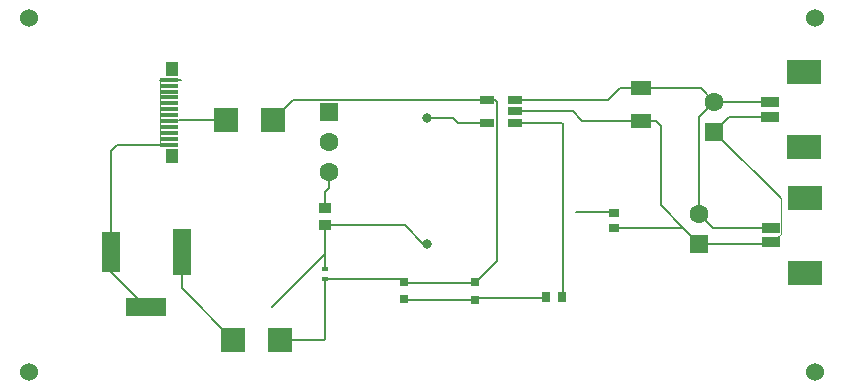
<source format=gtl>
G04*
G04 #@! TF.GenerationSoftware,Altium Limited,Altium Designer,19.1.6 (110)*
G04*
G04 Layer_Physical_Order=1*
G04 Layer_Color=255*
%FSLAX25Y25*%
%MOIN*%
G70*
G01*
G75*
%ADD20R,0.03150X0.03150*%
%ADD21R,0.01968X0.01575*%
%ADD23R,0.07111X0.05136*%
%ADD34R,0.05906X0.01378*%
%ADD35R,0.03937X0.04646*%
%ADD36R,0.05118X0.02756*%
%ADD37R,0.06299X0.03189*%
%ADD38R,0.11811X0.08268*%
%ADD39R,0.07874X0.07874*%
%ADD40R,0.02953X0.03347*%
%ADD41R,0.04134X0.03543*%
%ADD42R,0.03347X0.02953*%
%ADD43C,0.00050*%
%ADD44C,0.00591*%
%ADD45C,0.00025*%
%ADD46C,0.06000*%
%ADD47R,0.06299X0.06299*%
%ADD48C,0.06299*%
%ADD49R,0.13780X0.05906*%
%ADD50R,0.05906X0.13780*%
%ADD51R,0.05906X0.15748*%
%ADD52C,0.03150*%
%ADD53C,0.00100*%
D20*
X129900Y34983D02*
D03*
Y29077D02*
D03*
X153500Y34953D02*
D03*
Y29047D02*
D03*
D21*
X103500Y39075D02*
D03*
Y35925D02*
D03*
D23*
X208900Y88500D02*
D03*
Y99530D02*
D03*
D34*
X51772Y102327D02*
D03*
Y100358D02*
D03*
Y98390D02*
D03*
Y96421D02*
D03*
Y94453D02*
D03*
Y92484D02*
D03*
Y90516D02*
D03*
Y88547D02*
D03*
Y86579D02*
D03*
Y84610D02*
D03*
Y82642D02*
D03*
Y80673D02*
D03*
D35*
X52756Y76972D02*
D03*
Y106028D02*
D03*
D36*
X166949Y88020D02*
D03*
Y91760D02*
D03*
Y95500D02*
D03*
X157500D02*
D03*
Y88020D02*
D03*
D37*
X252250Y52991D02*
D03*
Y48069D02*
D03*
X251850Y94961D02*
D03*
Y90039D02*
D03*
D38*
X263668Y63030D02*
D03*
Y38030D02*
D03*
X263268Y105000D02*
D03*
Y80000D02*
D03*
D39*
X86374Y89000D02*
D03*
X70626D02*
D03*
X88774Y15530D02*
D03*
X73026D02*
D03*
D40*
X182500Y30000D02*
D03*
X177382D02*
D03*
D41*
X103668Y53821D02*
D03*
Y59530D02*
D03*
D42*
X200000Y52882D02*
D03*
Y58000D02*
D03*
D43*
X199900Y52971D02*
X200971D01*
X252769Y48069D02*
X255500Y50800D01*
X252230Y47530D02*
X252510Y47810D01*
X252769Y48069D01*
X32189Y38337D02*
Y45030D01*
X48600Y80873D02*
X48800Y80673D01*
X48600Y80873D02*
Y102127D01*
X252250Y48069D02*
X252769D01*
X48800Y80673D02*
X51772D01*
X255500Y50800D02*
Y62930D01*
D44*
X153500Y29530D02*
X177841D01*
X129930Y29047D02*
X153500D01*
X129900Y29077D02*
X129930Y29047D01*
X153500Y29530D02*
Y30030D01*
X129900Y34983D02*
X130430Y34453D01*
X128958Y35925D02*
X129900Y34983D01*
X103500Y35925D02*
X128958D01*
X215500Y67500D02*
Y87000D01*
Y60430D02*
Y67500D01*
Y60430D02*
X222959Y52971D01*
X51772Y102327D02*
X55700D01*
X208900Y88500D02*
X214000D01*
X103668Y44368D02*
Y53821D01*
X103500Y39075D02*
X103668Y44368D01*
Y53821D02*
X130195D01*
X136668Y47349D01*
X32189Y45030D02*
Y78462D01*
X34400Y80673D01*
X48800D01*
X48600Y102127D02*
X51772Y102327D01*
X233400Y85030D02*
X255500Y62930D01*
X233400Y85030D02*
X238409Y90039D01*
X186200Y91760D02*
X189460Y88500D01*
X166949Y91760D02*
X186200D01*
X88774Y15530D02*
X103230D01*
X103500Y15800D01*
X130430Y34453D02*
X153500D01*
X161100Y42053D01*
Y94800D01*
X86374Y89000D02*
X92874Y95500D01*
X228400Y57530D02*
Y90030D01*
X233400Y95030D01*
X228900Y99530D02*
X233400Y95030D01*
X241369Y94961D02*
X249350D01*
X201900Y99530D02*
X208900D01*
X197870Y95500D02*
X201900Y99530D01*
X55811Y32745D02*
X73026Y15530D01*
X55811Y32745D02*
Y45030D01*
X136668Y89711D02*
X146200D01*
X147892Y88020D01*
X103668Y59530D02*
Y64900D01*
X104900Y66132D01*
Y71530D01*
X214000Y88500D02*
X215500Y87000D01*
X200971Y52971D02*
X222959D01*
X85826Y26526D02*
X103668Y44368D01*
X32189Y38337D02*
X44000Y26526D01*
X222959Y52971D02*
X228400Y47530D01*
X252230D01*
X238409Y90039D02*
X249350D01*
X189460Y88500D02*
X208900D01*
X92874Y95500D02*
X157500D01*
X160400D01*
X161100Y94800D01*
X103500Y15800D02*
Y35925D01*
X228400Y57530D02*
X232939Y52991D01*
X252250D01*
X208900Y99530D02*
X228900D01*
X233400Y95030D02*
X241300D01*
X166949Y95500D02*
X197870D01*
X187411Y58089D02*
X199900D01*
X147892Y88020D02*
X157500D01*
X166949D02*
X182739D01*
X182959Y29530D02*
Y87800D01*
X55059Y89000D02*
X70626D01*
D45*
X241300Y95030D02*
X241369Y94961D01*
X182739Y88020D02*
X182959Y87800D01*
D46*
X267000Y123000D02*
D03*
Y5000D02*
D03*
X5000D02*
D03*
Y123000D02*
D03*
D47*
X228400Y47530D02*
D03*
X104900Y91530D02*
D03*
X233400Y85030D02*
D03*
D48*
X228400Y57530D02*
D03*
X104900Y81530D02*
D03*
Y71530D02*
D03*
X233400Y95030D02*
D03*
D49*
X44000Y26526D02*
D03*
D50*
X32189Y45030D02*
D03*
D51*
X55811D02*
D03*
D52*
X137500Y47500D02*
D03*
Y89500D02*
D03*
D53*
X55700Y102327D02*
D03*
X85826Y26526D02*
D03*
X187411Y58089D02*
D03*
X55059Y89000D02*
D03*
M02*

</source>
